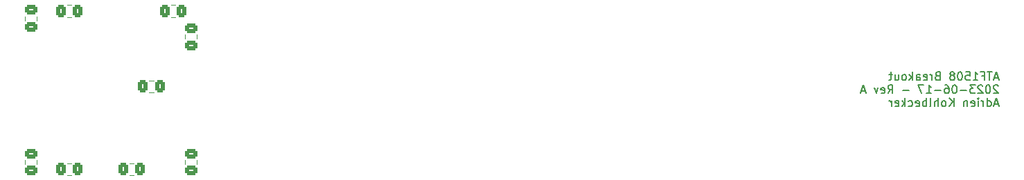
<source format=gbo>
G04 #@! TF.GenerationSoftware,KiCad,Pcbnew,(6.0.11-0)*
G04 #@! TF.CreationDate,2023-06-20T17:34:35+02:00*
G04 #@! TF.ProjectId,atf1508_plcc84_breakout,61746631-3530-4385-9f70-6c636338345f,A*
G04 #@! TF.SameCoordinates,Original*
G04 #@! TF.FileFunction,Legend,Bot*
G04 #@! TF.FilePolarity,Positive*
%FSLAX46Y46*%
G04 Gerber Fmt 4.6, Leading zero omitted, Abs format (unit mm)*
G04 Created by KiCad (PCBNEW (6.0.11-0)) date 2023-06-20 17:34:35*
%MOMM*%
%LPD*%
G01*
G04 APERTURE LIST*
G04 Aperture macros list*
%AMRoundRect*
0 Rectangle with rounded corners*
0 $1 Rounding radius*
0 $2 $3 $4 $5 $6 $7 $8 $9 X,Y pos of 4 corners*
0 Add a 4 corners polygon primitive as box body*
4,1,4,$2,$3,$4,$5,$6,$7,$8,$9,$2,$3,0*
0 Add four circle primitives for the rounded corners*
1,1,$1+$1,$2,$3*
1,1,$1+$1,$4,$5*
1,1,$1+$1,$6,$7*
1,1,$1+$1,$8,$9*
0 Add four rect primitives between the rounded corners*
20,1,$1+$1,$2,$3,$4,$5,0*
20,1,$1+$1,$4,$5,$6,$7,0*
20,1,$1+$1,$6,$7,$8,$9,0*
20,1,$1+$1,$8,$9,$2,$3,0*%
G04 Aperture macros list end*
%ADD10C,0.150000*%
%ADD11C,0.120000*%
%ADD12R,1.422400X1.422400*%
%ADD13C,1.422400*%
%ADD14RoundRect,0.250000X-0.600000X-0.600000X0.600000X-0.600000X0.600000X0.600000X-0.600000X0.600000X0*%
%ADD15C,1.700000*%
%ADD16RoundRect,0.250000X0.337500X0.475000X-0.337500X0.475000X-0.337500X-0.475000X0.337500X-0.475000X0*%
%ADD17RoundRect,0.250000X-0.337500X-0.475000X0.337500X-0.475000X0.337500X0.475000X-0.337500X0.475000X0*%
%ADD18RoundRect,0.250000X-0.475000X0.337500X-0.475000X-0.337500X0.475000X-0.337500X0.475000X0.337500X0*%
%ADD19R,1.700000X1.700000*%
%ADD20O,1.700000X1.700000*%
%ADD21RoundRect,0.250000X0.475000X-0.337500X0.475000X0.337500X-0.475000X0.337500X-0.475000X-0.337500X0*%
G04 APERTURE END LIST*
D10*
X213072023Y-60786666D02*
X212595833Y-60786666D01*
X213167261Y-61072380D02*
X212833928Y-60072380D01*
X212500595Y-61072380D01*
X212310119Y-60072380D02*
X211738690Y-60072380D01*
X212024404Y-61072380D02*
X212024404Y-60072380D01*
X211072023Y-60548571D02*
X211405357Y-60548571D01*
X211405357Y-61072380D02*
X211405357Y-60072380D01*
X210929166Y-60072380D01*
X210024404Y-61072380D02*
X210595833Y-61072380D01*
X210310119Y-61072380D02*
X210310119Y-60072380D01*
X210405357Y-60215238D01*
X210500595Y-60310476D01*
X210595833Y-60358095D01*
X209119642Y-60072380D02*
X209595833Y-60072380D01*
X209643452Y-60548571D01*
X209595833Y-60500952D01*
X209500595Y-60453333D01*
X209262500Y-60453333D01*
X209167261Y-60500952D01*
X209119642Y-60548571D01*
X209072023Y-60643809D01*
X209072023Y-60881904D01*
X209119642Y-60977142D01*
X209167261Y-61024761D01*
X209262500Y-61072380D01*
X209500595Y-61072380D01*
X209595833Y-61024761D01*
X209643452Y-60977142D01*
X208452976Y-60072380D02*
X208357738Y-60072380D01*
X208262500Y-60120000D01*
X208214880Y-60167619D01*
X208167261Y-60262857D01*
X208119642Y-60453333D01*
X208119642Y-60691428D01*
X208167261Y-60881904D01*
X208214880Y-60977142D01*
X208262500Y-61024761D01*
X208357738Y-61072380D01*
X208452976Y-61072380D01*
X208548214Y-61024761D01*
X208595833Y-60977142D01*
X208643452Y-60881904D01*
X208691071Y-60691428D01*
X208691071Y-60453333D01*
X208643452Y-60262857D01*
X208595833Y-60167619D01*
X208548214Y-60120000D01*
X208452976Y-60072380D01*
X207548214Y-60500952D02*
X207643452Y-60453333D01*
X207691071Y-60405714D01*
X207738690Y-60310476D01*
X207738690Y-60262857D01*
X207691071Y-60167619D01*
X207643452Y-60120000D01*
X207548214Y-60072380D01*
X207357738Y-60072380D01*
X207262500Y-60120000D01*
X207214880Y-60167619D01*
X207167261Y-60262857D01*
X207167261Y-60310476D01*
X207214880Y-60405714D01*
X207262500Y-60453333D01*
X207357738Y-60500952D01*
X207548214Y-60500952D01*
X207643452Y-60548571D01*
X207691071Y-60596190D01*
X207738690Y-60691428D01*
X207738690Y-60881904D01*
X207691071Y-60977142D01*
X207643452Y-61024761D01*
X207548214Y-61072380D01*
X207357738Y-61072380D01*
X207262500Y-61024761D01*
X207214880Y-60977142D01*
X207167261Y-60881904D01*
X207167261Y-60691428D01*
X207214880Y-60596190D01*
X207262500Y-60548571D01*
X207357738Y-60500952D01*
X205643452Y-60548571D02*
X205500595Y-60596190D01*
X205452976Y-60643809D01*
X205405357Y-60739047D01*
X205405357Y-60881904D01*
X205452976Y-60977142D01*
X205500595Y-61024761D01*
X205595833Y-61072380D01*
X205976785Y-61072380D01*
X205976785Y-60072380D01*
X205643452Y-60072380D01*
X205548214Y-60120000D01*
X205500595Y-60167619D01*
X205452976Y-60262857D01*
X205452976Y-60358095D01*
X205500595Y-60453333D01*
X205548214Y-60500952D01*
X205643452Y-60548571D01*
X205976785Y-60548571D01*
X204976785Y-61072380D02*
X204976785Y-60405714D01*
X204976785Y-60596190D02*
X204929166Y-60500952D01*
X204881547Y-60453333D01*
X204786309Y-60405714D01*
X204691071Y-60405714D01*
X203976785Y-61024761D02*
X204072023Y-61072380D01*
X204262500Y-61072380D01*
X204357738Y-61024761D01*
X204405357Y-60929523D01*
X204405357Y-60548571D01*
X204357738Y-60453333D01*
X204262500Y-60405714D01*
X204072023Y-60405714D01*
X203976785Y-60453333D01*
X203929166Y-60548571D01*
X203929166Y-60643809D01*
X204405357Y-60739047D01*
X203072023Y-61072380D02*
X203072023Y-60548571D01*
X203119642Y-60453333D01*
X203214880Y-60405714D01*
X203405357Y-60405714D01*
X203500595Y-60453333D01*
X203072023Y-61024761D02*
X203167261Y-61072380D01*
X203405357Y-61072380D01*
X203500595Y-61024761D01*
X203548214Y-60929523D01*
X203548214Y-60834285D01*
X203500595Y-60739047D01*
X203405357Y-60691428D01*
X203167261Y-60691428D01*
X203072023Y-60643809D01*
X202595833Y-61072380D02*
X202595833Y-60072380D01*
X202500595Y-60691428D02*
X202214880Y-61072380D01*
X202214880Y-60405714D02*
X202595833Y-60786666D01*
X201643452Y-61072380D02*
X201738690Y-61024761D01*
X201786309Y-60977142D01*
X201833928Y-60881904D01*
X201833928Y-60596190D01*
X201786309Y-60500952D01*
X201738690Y-60453333D01*
X201643452Y-60405714D01*
X201500595Y-60405714D01*
X201405357Y-60453333D01*
X201357738Y-60500952D01*
X201310119Y-60596190D01*
X201310119Y-60881904D01*
X201357738Y-60977142D01*
X201405357Y-61024761D01*
X201500595Y-61072380D01*
X201643452Y-61072380D01*
X200452976Y-60405714D02*
X200452976Y-61072380D01*
X200881547Y-60405714D02*
X200881547Y-60929523D01*
X200833928Y-61024761D01*
X200738690Y-61072380D01*
X200595833Y-61072380D01*
X200500595Y-61024761D01*
X200452976Y-60977142D01*
X200119642Y-60405714D02*
X199738690Y-60405714D01*
X199976785Y-60072380D02*
X199976785Y-60929523D01*
X199929166Y-61024761D01*
X199833928Y-61072380D01*
X199738690Y-61072380D01*
X213072023Y-61777619D02*
X213024404Y-61730000D01*
X212929166Y-61682380D01*
X212691071Y-61682380D01*
X212595833Y-61730000D01*
X212548214Y-61777619D01*
X212500595Y-61872857D01*
X212500595Y-61968095D01*
X212548214Y-62110952D01*
X213119642Y-62682380D01*
X212500595Y-62682380D01*
X211881547Y-61682380D02*
X211786309Y-61682380D01*
X211691071Y-61730000D01*
X211643452Y-61777619D01*
X211595833Y-61872857D01*
X211548214Y-62063333D01*
X211548214Y-62301428D01*
X211595833Y-62491904D01*
X211643452Y-62587142D01*
X211691071Y-62634761D01*
X211786309Y-62682380D01*
X211881547Y-62682380D01*
X211976785Y-62634761D01*
X212024404Y-62587142D01*
X212072023Y-62491904D01*
X212119642Y-62301428D01*
X212119642Y-62063333D01*
X212072023Y-61872857D01*
X212024404Y-61777619D01*
X211976785Y-61730000D01*
X211881547Y-61682380D01*
X211167261Y-61777619D02*
X211119642Y-61730000D01*
X211024404Y-61682380D01*
X210786309Y-61682380D01*
X210691071Y-61730000D01*
X210643452Y-61777619D01*
X210595833Y-61872857D01*
X210595833Y-61968095D01*
X210643452Y-62110952D01*
X211214880Y-62682380D01*
X210595833Y-62682380D01*
X210262500Y-61682380D02*
X209643452Y-61682380D01*
X209976785Y-62063333D01*
X209833928Y-62063333D01*
X209738690Y-62110952D01*
X209691071Y-62158571D01*
X209643452Y-62253809D01*
X209643452Y-62491904D01*
X209691071Y-62587142D01*
X209738690Y-62634761D01*
X209833928Y-62682380D01*
X210119642Y-62682380D01*
X210214880Y-62634761D01*
X210262500Y-62587142D01*
X209214880Y-62301428D02*
X208452976Y-62301428D01*
X207786309Y-61682380D02*
X207691071Y-61682380D01*
X207595833Y-61730000D01*
X207548214Y-61777619D01*
X207500595Y-61872857D01*
X207452976Y-62063333D01*
X207452976Y-62301428D01*
X207500595Y-62491904D01*
X207548214Y-62587142D01*
X207595833Y-62634761D01*
X207691071Y-62682380D01*
X207786309Y-62682380D01*
X207881547Y-62634761D01*
X207929166Y-62587142D01*
X207976785Y-62491904D01*
X208024404Y-62301428D01*
X208024404Y-62063333D01*
X207976785Y-61872857D01*
X207929166Y-61777619D01*
X207881547Y-61730000D01*
X207786309Y-61682380D01*
X206595833Y-61682380D02*
X206786309Y-61682380D01*
X206881547Y-61730000D01*
X206929166Y-61777619D01*
X207024404Y-61920476D01*
X207072023Y-62110952D01*
X207072023Y-62491904D01*
X207024404Y-62587142D01*
X206976785Y-62634761D01*
X206881547Y-62682380D01*
X206691071Y-62682380D01*
X206595833Y-62634761D01*
X206548214Y-62587142D01*
X206500595Y-62491904D01*
X206500595Y-62253809D01*
X206548214Y-62158571D01*
X206595833Y-62110952D01*
X206691071Y-62063333D01*
X206881547Y-62063333D01*
X206976785Y-62110952D01*
X207024404Y-62158571D01*
X207072023Y-62253809D01*
X206072023Y-62301428D02*
X205310119Y-62301428D01*
X204310119Y-62682380D02*
X204881547Y-62682380D01*
X204595833Y-62682380D02*
X204595833Y-61682380D01*
X204691071Y-61825238D01*
X204786309Y-61920476D01*
X204881547Y-61968095D01*
X203976785Y-61682380D02*
X203310119Y-61682380D01*
X203738690Y-62682380D01*
X202167261Y-62301428D02*
X201405357Y-62301428D01*
X199595833Y-62682380D02*
X199929166Y-62206190D01*
X200167261Y-62682380D02*
X200167261Y-61682380D01*
X199786309Y-61682380D01*
X199691071Y-61730000D01*
X199643452Y-61777619D01*
X199595833Y-61872857D01*
X199595833Y-62015714D01*
X199643452Y-62110952D01*
X199691071Y-62158571D01*
X199786309Y-62206190D01*
X200167261Y-62206190D01*
X198786309Y-62634761D02*
X198881547Y-62682380D01*
X199072023Y-62682380D01*
X199167261Y-62634761D01*
X199214880Y-62539523D01*
X199214880Y-62158571D01*
X199167261Y-62063333D01*
X199072023Y-62015714D01*
X198881547Y-62015714D01*
X198786309Y-62063333D01*
X198738690Y-62158571D01*
X198738690Y-62253809D01*
X199214880Y-62349047D01*
X198405357Y-62015714D02*
X198167261Y-62682380D01*
X197929166Y-62015714D01*
X196833928Y-62396666D02*
X196357738Y-62396666D01*
X196929166Y-62682380D02*
X196595833Y-61682380D01*
X196262500Y-62682380D01*
X213072023Y-64006666D02*
X212595833Y-64006666D01*
X213167261Y-64292380D02*
X212833928Y-63292380D01*
X212500595Y-64292380D01*
X211738690Y-64292380D02*
X211738690Y-63292380D01*
X211738690Y-64244761D02*
X211833928Y-64292380D01*
X212024404Y-64292380D01*
X212119642Y-64244761D01*
X212167261Y-64197142D01*
X212214880Y-64101904D01*
X212214880Y-63816190D01*
X212167261Y-63720952D01*
X212119642Y-63673333D01*
X212024404Y-63625714D01*
X211833928Y-63625714D01*
X211738690Y-63673333D01*
X211262500Y-64292380D02*
X211262500Y-63625714D01*
X211262500Y-63816190D02*
X211214880Y-63720952D01*
X211167261Y-63673333D01*
X211072023Y-63625714D01*
X210976785Y-63625714D01*
X210643452Y-64292380D02*
X210643452Y-63625714D01*
X210643452Y-63292380D02*
X210691071Y-63340000D01*
X210643452Y-63387619D01*
X210595833Y-63340000D01*
X210643452Y-63292380D01*
X210643452Y-63387619D01*
X209786309Y-64244761D02*
X209881547Y-64292380D01*
X210072023Y-64292380D01*
X210167261Y-64244761D01*
X210214880Y-64149523D01*
X210214880Y-63768571D01*
X210167261Y-63673333D01*
X210072023Y-63625714D01*
X209881547Y-63625714D01*
X209786309Y-63673333D01*
X209738690Y-63768571D01*
X209738690Y-63863809D01*
X210214880Y-63959047D01*
X209310119Y-63625714D02*
X209310119Y-64292380D01*
X209310119Y-63720952D02*
X209262500Y-63673333D01*
X209167261Y-63625714D01*
X209024404Y-63625714D01*
X208929166Y-63673333D01*
X208881547Y-63768571D01*
X208881547Y-64292380D01*
X207643452Y-64292380D02*
X207643452Y-63292380D01*
X207072023Y-64292380D02*
X207500595Y-63720952D01*
X207072023Y-63292380D02*
X207643452Y-63863809D01*
X206500595Y-64292380D02*
X206595833Y-64244761D01*
X206643452Y-64197142D01*
X206691071Y-64101904D01*
X206691071Y-63816190D01*
X206643452Y-63720952D01*
X206595833Y-63673333D01*
X206500595Y-63625714D01*
X206357738Y-63625714D01*
X206262500Y-63673333D01*
X206214880Y-63720952D01*
X206167261Y-63816190D01*
X206167261Y-64101904D01*
X206214880Y-64197142D01*
X206262500Y-64244761D01*
X206357738Y-64292380D01*
X206500595Y-64292380D01*
X205738690Y-64292380D02*
X205738690Y-63292380D01*
X205310119Y-64292380D02*
X205310119Y-63768571D01*
X205357738Y-63673333D01*
X205452976Y-63625714D01*
X205595833Y-63625714D01*
X205691071Y-63673333D01*
X205738690Y-63720952D01*
X204691071Y-64292380D02*
X204786309Y-64244761D01*
X204833928Y-64149523D01*
X204833928Y-63292380D01*
X204310119Y-64292380D02*
X204310119Y-63292380D01*
X204310119Y-63673333D02*
X204214880Y-63625714D01*
X204024404Y-63625714D01*
X203929166Y-63673333D01*
X203881547Y-63720952D01*
X203833928Y-63816190D01*
X203833928Y-64101904D01*
X203881547Y-64197142D01*
X203929166Y-64244761D01*
X204024404Y-64292380D01*
X204214880Y-64292380D01*
X204310119Y-64244761D01*
X203024404Y-64244761D02*
X203119642Y-64292380D01*
X203310119Y-64292380D01*
X203405357Y-64244761D01*
X203452976Y-64149523D01*
X203452976Y-63768571D01*
X203405357Y-63673333D01*
X203310119Y-63625714D01*
X203119642Y-63625714D01*
X203024404Y-63673333D01*
X202976785Y-63768571D01*
X202976785Y-63863809D01*
X203452976Y-63959047D01*
X202119642Y-64244761D02*
X202214880Y-64292380D01*
X202405357Y-64292380D01*
X202500595Y-64244761D01*
X202548214Y-64197142D01*
X202595833Y-64101904D01*
X202595833Y-63816190D01*
X202548214Y-63720952D01*
X202500595Y-63673333D01*
X202405357Y-63625714D01*
X202214880Y-63625714D01*
X202119642Y-63673333D01*
X201691071Y-64292380D02*
X201691071Y-63292380D01*
X201595833Y-63911428D02*
X201310119Y-64292380D01*
X201310119Y-63625714D02*
X201691071Y-64006666D01*
X200500595Y-64244761D02*
X200595833Y-64292380D01*
X200786309Y-64292380D01*
X200881547Y-64244761D01*
X200929166Y-64149523D01*
X200929166Y-63768571D01*
X200881547Y-63673333D01*
X200786309Y-63625714D01*
X200595833Y-63625714D01*
X200500595Y-63673333D01*
X200452976Y-63768571D01*
X200452976Y-63863809D01*
X200929166Y-63959047D01*
X200024404Y-64292380D02*
X200024404Y-63625714D01*
X200024404Y-63816190D02*
X199976785Y-63720952D01*
X199929166Y-63673333D01*
X199833928Y-63625714D01*
X199738690Y-63625714D01*
D11*
X112529252Y-53313000D02*
X112006748Y-53313000D01*
X112529252Y-51843000D02*
X112006748Y-51843000D01*
X109339748Y-61114000D02*
X109862252Y-61114000D01*
X109339748Y-62584000D02*
X109862252Y-62584000D01*
X94134000Y-53227248D02*
X94134000Y-53749752D01*
X95604000Y-53227248D02*
X95604000Y-53749752D01*
X99306748Y-72744000D02*
X99829252Y-72744000D01*
X99306748Y-71274000D02*
X99829252Y-71274000D01*
X94134000Y-70858748D02*
X94134000Y-71381252D01*
X95604000Y-70858748D02*
X95604000Y-71381252D01*
X106926748Y-71274000D02*
X107449252Y-71274000D01*
X106926748Y-72744000D02*
X107449252Y-72744000D01*
X115162000Y-71381252D02*
X115162000Y-70858748D01*
X113692000Y-71381252D02*
X113692000Y-70858748D01*
X115162000Y-56014252D02*
X115162000Y-55491748D01*
X113692000Y-56014252D02*
X113692000Y-55491748D01*
X99829252Y-51843000D02*
X99306748Y-51843000D01*
X99829252Y-53313000D02*
X99306748Y-53313000D01*
%LPC*%
D12*
X104648000Y-46990000D03*
D13*
X104648000Y-49530000D03*
X102108000Y-46990000D03*
X102108000Y-49530000D03*
X99568000Y-46990000D03*
X99568000Y-49530000D03*
X97028000Y-46990000D03*
X97028000Y-49530000D03*
X94488000Y-46990000D03*
X94488000Y-49530000D03*
X91948000Y-46990000D03*
X89408000Y-49530000D03*
X91948000Y-49530000D03*
X89408000Y-52070000D03*
X91948000Y-52070000D03*
X89408000Y-54610000D03*
X91948000Y-54610000D03*
X89408000Y-57150000D03*
X91948000Y-57150000D03*
X89408000Y-59690000D03*
X91948000Y-59690000D03*
X89408000Y-62230000D03*
X91948000Y-62230000D03*
X89408000Y-64770000D03*
X91948000Y-64770000D03*
X89408000Y-67310000D03*
X91948000Y-67310000D03*
X89408000Y-69850000D03*
X91948000Y-69850000D03*
X89408000Y-72390000D03*
X91948000Y-72390000D03*
X89408000Y-74930000D03*
X91948000Y-77470000D03*
X91948000Y-74930000D03*
X94488000Y-77470000D03*
X94488000Y-74930000D03*
X97028000Y-77470000D03*
X97028000Y-74930000D03*
X99568000Y-77470000D03*
X99568000Y-74930000D03*
X102108000Y-77470000D03*
X102108000Y-74930000D03*
X104648000Y-77470000D03*
X104648000Y-74930000D03*
X107188000Y-77470000D03*
X107188000Y-74930000D03*
X109728000Y-77470000D03*
X109728000Y-74930000D03*
X112268000Y-77470000D03*
X112268000Y-74930000D03*
X114808000Y-77470000D03*
X114808000Y-74930000D03*
X117348000Y-77470000D03*
X119888000Y-74930000D03*
X117348000Y-74930000D03*
X119888000Y-72390000D03*
X117348000Y-72390000D03*
X119888000Y-69850000D03*
X117348000Y-69850000D03*
X119888000Y-67310000D03*
X117348000Y-67310000D03*
X119888000Y-64770000D03*
X117348000Y-64770000D03*
X119888000Y-62230000D03*
X117348000Y-62230000D03*
X119888000Y-59690000D03*
X117348000Y-59690000D03*
X119888000Y-57150000D03*
X117348000Y-57150000D03*
X119888000Y-54610000D03*
X117348000Y-54610000D03*
X119888000Y-52070000D03*
X117348000Y-52070000D03*
X119888000Y-49530000D03*
X117348000Y-46990000D03*
X117348000Y-49530000D03*
X114808000Y-46990000D03*
X114808000Y-49530000D03*
X112268000Y-46990000D03*
X112268000Y-49530000D03*
X109728000Y-46990000D03*
X109728000Y-49530000D03*
X107188000Y-46990000D03*
X107188000Y-49530000D03*
D14*
X79756000Y-57150000D03*
D15*
X82296000Y-57150000D03*
X79756000Y-59690000D03*
X82296000Y-59690000D03*
X79756000Y-62230000D03*
X82296000Y-62230000D03*
X79756000Y-64770000D03*
X82296000Y-64770000D03*
X79756000Y-67310000D03*
X82296000Y-67310000D03*
D16*
X113305500Y-52578000D03*
X111230500Y-52578000D03*
D17*
X108563500Y-61849000D03*
X110638500Y-61849000D03*
D18*
X94869000Y-52451000D03*
X94869000Y-54526000D03*
D17*
X98530500Y-72009000D03*
X100605500Y-72009000D03*
D18*
X94869000Y-70082500D03*
X94869000Y-72157500D03*
D19*
X129535000Y-71120000D03*
D20*
X132075000Y-71120000D03*
X134615000Y-71120000D03*
X137155000Y-71120000D03*
X139695000Y-71120000D03*
X142235000Y-71120000D03*
X144775000Y-71120000D03*
X147315000Y-71120000D03*
X149855000Y-71120000D03*
X152395000Y-71120000D03*
X154935000Y-71120000D03*
X157475000Y-71120000D03*
X160015000Y-71120000D03*
X162555000Y-71120000D03*
X165095000Y-71120000D03*
X167635000Y-71120000D03*
X170175000Y-71120000D03*
X172715000Y-71120000D03*
X175255000Y-71120000D03*
X177795000Y-71120000D03*
X180335000Y-71120000D03*
X182875000Y-71120000D03*
X185415000Y-71120000D03*
X187955000Y-71120000D03*
X190495000Y-71120000D03*
X193035000Y-71120000D03*
X195575000Y-71120000D03*
X198115000Y-71120000D03*
X200655000Y-71120000D03*
X203195000Y-71120000D03*
X205735000Y-71120000D03*
X208275000Y-71120000D03*
X210815000Y-71120000D03*
X213355000Y-71120000D03*
X215895000Y-71120000D03*
D17*
X106150500Y-72009000D03*
X108225500Y-72009000D03*
D21*
X114427000Y-72157500D03*
X114427000Y-70082500D03*
D19*
X129540000Y-53340000D03*
D20*
X132080000Y-53340000D03*
X134620000Y-53340000D03*
X137160000Y-53340000D03*
X139700000Y-53340000D03*
X142240000Y-53340000D03*
X144780000Y-53340000D03*
X147320000Y-53340000D03*
X149860000Y-53340000D03*
X152400000Y-53340000D03*
X154940000Y-53340000D03*
X157480000Y-53340000D03*
X160020000Y-53340000D03*
X162560000Y-53340000D03*
X165100000Y-53340000D03*
X167640000Y-53340000D03*
X170180000Y-53340000D03*
X172720000Y-53340000D03*
X175260000Y-53340000D03*
X177800000Y-53340000D03*
X180340000Y-53340000D03*
X182880000Y-53340000D03*
X185420000Y-53340000D03*
X187960000Y-53340000D03*
X190500000Y-53340000D03*
X193040000Y-53340000D03*
X195580000Y-53340000D03*
X198120000Y-53340000D03*
X200660000Y-53340000D03*
X203200000Y-53340000D03*
X205740000Y-53340000D03*
X208280000Y-53340000D03*
X210820000Y-53340000D03*
X213360000Y-53340000D03*
X215900000Y-53340000D03*
D21*
X114427000Y-56790500D03*
X114427000Y-54715500D03*
D16*
X100605500Y-52578000D03*
X98530500Y-52578000D03*
M02*

</source>
